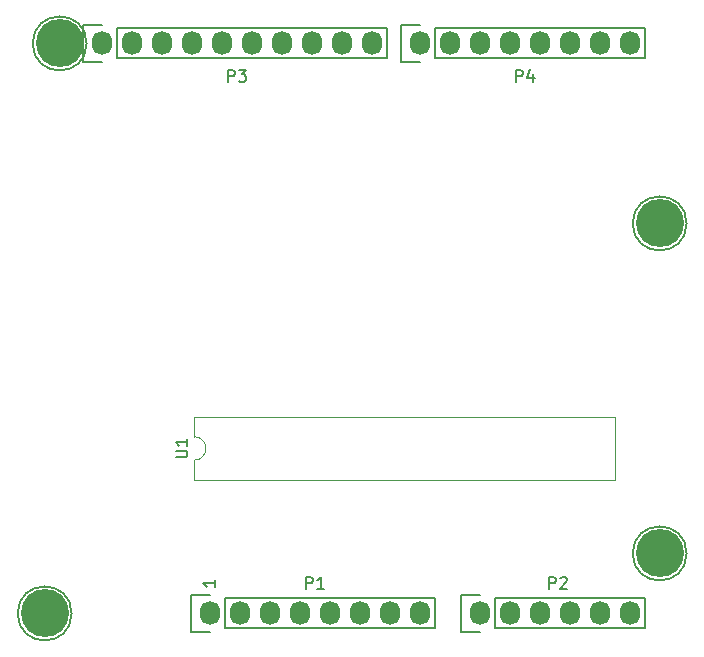
<source format=gbr>
%TF.GenerationSoftware,KiCad,Pcbnew,6.0.2+dfsg-1*%
%TF.CreationDate,2025-12-02T17:30:06+07:00*%
%TF.ProjectId,uno_shield,756e6f5f-7368-4696-956c-642e6b696361,rev?*%
%TF.SameCoordinates,Original*%
%TF.FileFunction,Legend,Top*%
%TF.FilePolarity,Positive*%
%FSLAX46Y46*%
G04 Gerber Fmt 4.6, Leading zero omitted, Abs format (unit mm)*
G04 Created by KiCad (PCBNEW 6.0.2+dfsg-1) date 2025-12-02 17:30:06*
%MOMM*%
%LPD*%
G01*
G04 APERTURE LIST*
%ADD10C,0.150000*%
%ADD11C,0.120000*%
%ADD12O,1.727200X2.032000*%
%ADD13C,4.064000*%
G04 APERTURE END LIST*
D10*
X139390380Y-120999285D02*
X139390380Y-121570714D01*
X139390380Y-121285000D02*
X138390380Y-121285000D01*
X138533238Y-121380238D01*
X138628476Y-121475476D01*
X138676095Y-121570714D01*
%TO.C,U1*%
X136060380Y-110616904D02*
X136869904Y-110616904D01*
X136965142Y-110569285D01*
X137012761Y-110521666D01*
X137060380Y-110426428D01*
X137060380Y-110235952D01*
X137012761Y-110140714D01*
X136965142Y-110093095D01*
X136869904Y-110045476D01*
X136060380Y-110045476D01*
X137060380Y-109045476D02*
X137060380Y-109616904D01*
X137060380Y-109331190D02*
X136060380Y-109331190D01*
X136203238Y-109426428D01*
X136298476Y-109521666D01*
X136346095Y-109616904D01*
%TO.C,P1*%
X147089904Y-121737380D02*
X147089904Y-120737380D01*
X147470857Y-120737380D01*
X147566095Y-120785000D01*
X147613714Y-120832619D01*
X147661333Y-120927857D01*
X147661333Y-121070714D01*
X147613714Y-121165952D01*
X147566095Y-121213571D01*
X147470857Y-121261190D01*
X147089904Y-121261190D01*
X148613714Y-121737380D02*
X148042285Y-121737380D01*
X148328000Y-121737380D02*
X148328000Y-120737380D01*
X148232761Y-120880238D01*
X148137523Y-120975476D01*
X148042285Y-121023095D01*
%TO.C,P2*%
X167663904Y-121737380D02*
X167663904Y-120737380D01*
X168044857Y-120737380D01*
X168140095Y-120785000D01*
X168187714Y-120832619D01*
X168235333Y-120927857D01*
X168235333Y-121070714D01*
X168187714Y-121165952D01*
X168140095Y-121213571D01*
X168044857Y-121261190D01*
X167663904Y-121261190D01*
X168616285Y-120832619D02*
X168663904Y-120785000D01*
X168759142Y-120737380D01*
X168997238Y-120737380D01*
X169092476Y-120785000D01*
X169140095Y-120832619D01*
X169187714Y-120927857D01*
X169187714Y-121023095D01*
X169140095Y-121165952D01*
X168568666Y-121737380D01*
X169187714Y-121737380D01*
%TO.C,P3*%
X140485904Y-78811380D02*
X140485904Y-77811380D01*
X140866857Y-77811380D01*
X140962095Y-77859000D01*
X141009714Y-77906619D01*
X141057333Y-78001857D01*
X141057333Y-78144714D01*
X141009714Y-78239952D01*
X140962095Y-78287571D01*
X140866857Y-78335190D01*
X140485904Y-78335190D01*
X141390666Y-77811380D02*
X142009714Y-77811380D01*
X141676380Y-78192333D01*
X141819238Y-78192333D01*
X141914476Y-78239952D01*
X141962095Y-78287571D01*
X142009714Y-78382809D01*
X142009714Y-78620904D01*
X141962095Y-78716142D01*
X141914476Y-78763761D01*
X141819238Y-78811380D01*
X141533523Y-78811380D01*
X141438285Y-78763761D01*
X141390666Y-78716142D01*
%TO.C,P4*%
X164869904Y-78811380D02*
X164869904Y-77811380D01*
X165250857Y-77811380D01*
X165346095Y-77859000D01*
X165393714Y-77906619D01*
X165441333Y-78001857D01*
X165441333Y-78144714D01*
X165393714Y-78239952D01*
X165346095Y-78287571D01*
X165250857Y-78335190D01*
X164869904Y-78335190D01*
X166298476Y-78144714D02*
X166298476Y-78811380D01*
X166060380Y-77763761D02*
X165822285Y-78478047D01*
X166441333Y-78478047D01*
D11*
%TO.C,U1*%
X137608000Y-107205000D02*
X137608000Y-108855000D01*
X173288000Y-107205000D02*
X137608000Y-107205000D01*
X137608000Y-110855000D02*
X137608000Y-112505000D01*
X137608000Y-112505000D02*
X173288000Y-112505000D01*
X173288000Y-112505000D02*
X173288000Y-107205000D01*
X137608000Y-110855000D02*
G75*
G03*
X137608000Y-108855000I0J1000000D01*
G01*
D10*
%TO.C,P1*%
X157988000Y-125095000D02*
X157988000Y-122555000D01*
X140208000Y-125095000D02*
X157988000Y-125095000D01*
X157988000Y-122555000D02*
X140208000Y-122555000D01*
X138938000Y-122275000D02*
X137388000Y-122275000D01*
X137388000Y-122275000D02*
X137388000Y-125375000D01*
X137388000Y-125375000D02*
X138938000Y-125375000D01*
X140208000Y-125095000D02*
X140208000Y-122555000D01*
%TO.C,P2*%
X163068000Y-125095000D02*
X163068000Y-122555000D01*
X161798000Y-122275000D02*
X160248000Y-122275000D01*
X175768000Y-122555000D02*
X163068000Y-122555000D01*
X163068000Y-125095000D02*
X175768000Y-125095000D01*
X175768000Y-125095000D02*
X175768000Y-122555000D01*
X160248000Y-122275000D02*
X160248000Y-125375000D01*
X160248000Y-125375000D02*
X161798000Y-125375000D01*
%TO.C,P3*%
X128244000Y-74015000D02*
X128244000Y-77115000D01*
X131064000Y-76835000D02*
X153924000Y-76835000D01*
X153924000Y-76835000D02*
X153924000Y-74295000D01*
X153924000Y-74295000D02*
X131064000Y-74295000D01*
X129794000Y-74015000D02*
X128244000Y-74015000D01*
X128244000Y-77115000D02*
X129794000Y-77115000D01*
X131064000Y-76835000D02*
X131064000Y-74295000D01*
%TO.C,P4*%
X175768000Y-74295000D02*
X157988000Y-74295000D01*
X155168000Y-77115000D02*
X156718000Y-77115000D01*
X157988000Y-76835000D02*
X175768000Y-76835000D01*
X157988000Y-76835000D02*
X157988000Y-74295000D01*
X156718000Y-74015000D02*
X155168000Y-74015000D01*
X175768000Y-76835000D02*
X175768000Y-74295000D01*
X155168000Y-74015000D02*
X155168000Y-77115000D01*
%TO.C,P5*%
X127254000Y-123825000D02*
G75*
G03*
X127254000Y-123825000I-2286000J0D01*
G01*
%TO.C,P6*%
X179324000Y-118745000D02*
G75*
G03*
X179324000Y-118745000I-2286000J0D01*
G01*
%TO.C,P7*%
X128524000Y-75565000D02*
G75*
G03*
X128524000Y-75565000I-2286000J0D01*
G01*
%TO.C,P8*%
X179324000Y-90805000D02*
G75*
G03*
X179324000Y-90805000I-2286000J0D01*
G01*
%TD*%
D12*
%TO.C,P1*%
X138938000Y-123825000D03*
X141478000Y-123825000D03*
X144018000Y-123825000D03*
X146558000Y-123825000D03*
X149098000Y-123825000D03*
X151638000Y-123825000D03*
X154178000Y-123825000D03*
X156718000Y-123825000D03*
%TD*%
%TO.C,P2*%
X161798000Y-123825000D03*
X164338000Y-123825000D03*
X166878000Y-123825000D03*
X169418000Y-123825000D03*
X171958000Y-123825000D03*
X174498000Y-123825000D03*
%TD*%
%TO.C,P3*%
X129794000Y-75565000D03*
X132334000Y-75565000D03*
X134874000Y-75565000D03*
X137414000Y-75565000D03*
X139954000Y-75565000D03*
X142494000Y-75565000D03*
X145034000Y-75565000D03*
X147574000Y-75565000D03*
X150114000Y-75565000D03*
X152654000Y-75565000D03*
%TD*%
%TO.C,P4*%
X156718000Y-75565000D03*
X159258000Y-75565000D03*
X161798000Y-75565000D03*
X164338000Y-75565000D03*
X166878000Y-75565000D03*
X169418000Y-75565000D03*
X171958000Y-75565000D03*
X174498000Y-75565000D03*
%TD*%
D13*
%TO.C,P5*%
X124968000Y-123825000D03*
%TD*%
%TO.C,P6*%
X177038000Y-118745000D03*
%TD*%
%TO.C,P7*%
X126238000Y-75565000D03*
%TD*%
%TO.C,P8*%
X177038000Y-90805000D03*
%TD*%
M02*

</source>
